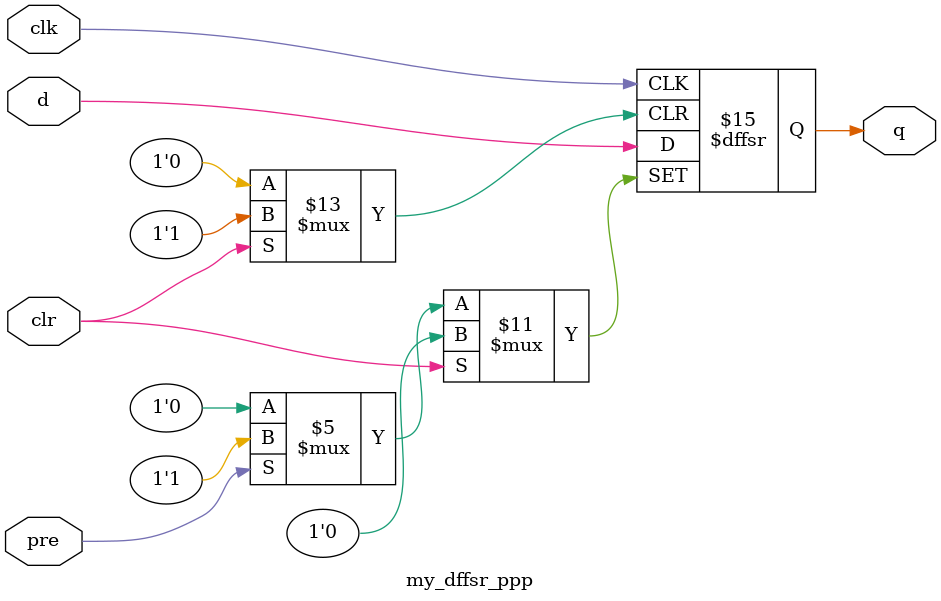
<source format=v>
module my_dffsr_ppp (
    input d,
    clk,
    pre,
    clr,
    output reg q
);
  initial q <= 1'b0;
  always @(posedge clk or posedge pre or posedge clr)
    if (pre) q <= 1'b1;
    else if (clr) q <= 1'b0;
    else q <= d;
endmodule
</source>
